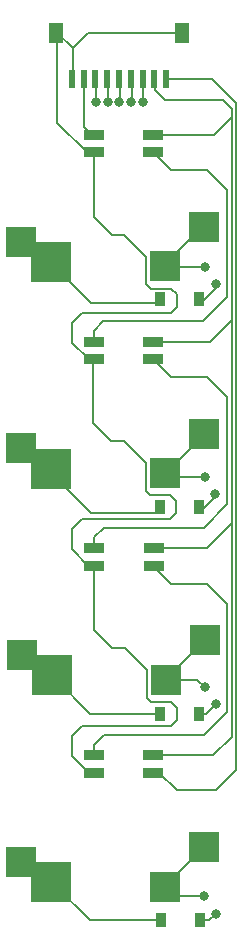
<source format=gbl>
%TF.GenerationSoftware,KiCad,Pcbnew,7.0.5-7.0.5~ubuntu22.04.1*%
%TF.CreationDate,2023-06-01T20:12:09-07:00*%
%TF.ProjectId,KeysOnRails,4b657973-4f6e-4526-9169-6c732e6b6963,rev?*%
%TF.SameCoordinates,Original*%
%TF.FileFunction,Copper,L2,Bot*%
%TF.FilePolarity,Positive*%
%FSLAX46Y46*%
G04 Gerber Fmt 4.6, Leading zero omitted, Abs format (unit mm)*
G04 Created by KiCad (PCBNEW 7.0.5-7.0.5~ubuntu22.04.1) date 2023-06-01 20:12:09*
%MOMM*%
%LPD*%
G01*
G04 APERTURE LIST*
%TA.AperFunction,SMDPad,CuDef*%
%ADD10R,0.600000X1.550000*%
%TD*%
%TA.AperFunction,SMDPad,CuDef*%
%ADD11R,1.200000X1.800000*%
%TD*%
%TA.AperFunction,SMDPad,CuDef*%
%ADD12R,1.803400X0.812800*%
%TD*%
%TA.AperFunction,SMDPad,CuDef*%
%ADD13R,2.600000X2.600000*%
%TD*%
%TA.AperFunction,SMDPad,CuDef*%
%ADD14R,3.500000X3.500000*%
%TD*%
%TA.AperFunction,SMDPad,CuDef*%
%ADD15R,0.900000X1.200000*%
%TD*%
%TA.AperFunction,ViaPad*%
%ADD16C,0.800000*%
%TD*%
%TA.AperFunction,Conductor*%
%ADD17C,0.200000*%
%TD*%
G04 APERTURE END LIST*
D10*
%TO.P,J1,1,1*%
%TO.N,GND*%
X44080000Y-36755000D03*
D11*
%TO.P,J1,S1,SHIELD*%
X42780000Y-32880000D03*
%TO.P,J1,S2,SHIELD*%
X53380000Y-32880000D03*
D10*
%TO.P,J1,2,2*%
%TO.N,RGB_In*%
X45080000Y-36755000D03*
%TO.P,J1,3,3*%
%TO.N,Col_In*%
X46080000Y-36755000D03*
%TO.P,J1,4,4*%
%TO.N,Row1*%
X47080000Y-36755000D03*
%TO.P,J1,5,5*%
%TO.N,Row2*%
X48080000Y-36755000D03*
%TO.P,J1,6,6*%
%TO.N,Row3*%
X49080000Y-36755000D03*
%TO.P,J1,7,7*%
%TO.N,Row4*%
X50080000Y-36755000D03*
%TO.P,J1,8,8*%
%TO.N,V+*%
X51080000Y-36755000D03*
%TO.P,J1,9,9*%
%TO.N,RGB_Out*%
X52080000Y-36755000D03*
%TD*%
D12*
%TO.P,SW2,+1,VDD*%
%TO.N,V+*%
X50931900Y-59001400D03*
D13*
%TO.P,SW2,CHOC1,P1*%
%TO.N,Net-(D2-A)*%
X39790000Y-68046500D03*
%TO.P,SW2,CHOC2,P0*%
%TO.N,Col_In*%
X51990000Y-70146500D03*
D12*
%TO.P,SW2,DI1,DIN*%
%TO.N,Net-(SW1B-DOUT)*%
X45928100Y-59001400D03*
%TO.P,SW2,DO1,DOUT*%
%TO.N,Net-(SW2B-DOUT)*%
X50931900Y-60500000D03*
%TO.P,SW2,GND,GND*%
%TO.N,GND*%
X45928100Y-60500000D03*
D14*
%TO.P,SW2,MX1,P1*%
%TO.N,Net-(D2-A)*%
X42340000Y-69761500D03*
D13*
%TO.P,SW2,MX2,P0*%
%TO.N,Col_In*%
X55290000Y-66786500D03*
%TD*%
D12*
%TO.P,SW1,+1,VDD*%
%TO.N,V+*%
X50931900Y-41492900D03*
D13*
%TO.P,SW1,CHOC1,P1*%
%TO.N,Net-(D1-A)*%
X39790000Y-50538000D03*
%TO.P,SW1,CHOC2,P0*%
%TO.N,Col_In*%
X51990000Y-52638000D03*
D12*
%TO.P,SW1,DI1,DIN*%
%TO.N,RGB_In*%
X45928100Y-41492900D03*
%TO.P,SW1,DO1,DOUT*%
%TO.N,Net-(SW1B-DOUT)*%
X50931900Y-42991500D03*
%TO.P,SW1,GND,GND*%
%TO.N,GND*%
X45928100Y-42991500D03*
D14*
%TO.P,SW1,MX1,P1*%
%TO.N,Net-(D1-A)*%
X42340000Y-52253000D03*
D13*
%TO.P,SW1,MX2,P0*%
%TO.N,Col_In*%
X55290000Y-49278000D03*
%TD*%
D12*
%TO.P,SW3,+1,VDD*%
%TO.N,V+*%
X51000000Y-76500000D03*
D13*
%TO.P,SW3,CHOC1,P1*%
%TO.N,Net-(D3-A)*%
X39858100Y-85545100D03*
%TO.P,SW3,CHOC2,P0*%
%TO.N,Col_In*%
X52058100Y-87645100D03*
D12*
%TO.P,SW3,DI1,DIN*%
%TO.N,Net-(SW2B-DOUT)*%
X45996200Y-76500000D03*
%TO.P,SW3,DO1,DOUT*%
%TO.N,Net-(SW3B-DOUT)*%
X51000000Y-77998600D03*
%TO.P,SW3,GND,GND*%
%TO.N,GND*%
X45996200Y-77998600D03*
D14*
%TO.P,SW3,MX1,P1*%
%TO.N,Net-(D3-A)*%
X42408100Y-87260100D03*
D13*
%TO.P,SW3,MX2,P0*%
%TO.N,Col_In*%
X55358100Y-84285100D03*
%TD*%
D12*
%TO.P,SW4,+1,VDD*%
%TO.N,V+*%
X50931900Y-94000000D03*
D13*
%TO.P,SW4,CHOC1,P1*%
%TO.N,Net-(D4-A)*%
X39790000Y-103045100D03*
%TO.P,SW4,CHOC2,P0*%
%TO.N,Col_In*%
X51990000Y-105145100D03*
D12*
%TO.P,SW4,DI1,DIN*%
%TO.N,Net-(SW3B-DOUT)*%
X45928100Y-94000000D03*
%TO.P,SW4,DO1,DOUT*%
%TO.N,RGB_Out*%
X50931900Y-95498600D03*
%TO.P,SW4,GND,GND*%
%TO.N,GND*%
X45928100Y-95498600D03*
D14*
%TO.P,SW4,MX1,P1*%
%TO.N,Net-(D4-A)*%
X42340000Y-104760100D03*
D13*
%TO.P,SW4,MX2,P0*%
%TO.N,Col_In*%
X55290000Y-101785100D03*
%TD*%
D15*
%TO.P,D2,1,K*%
%TO.N,Row2*%
X54870000Y-73000000D03*
%TO.P,D2,2,A*%
%TO.N,Net-(D2-A)*%
X51570000Y-73000000D03*
%TD*%
%TO.P,D4,1,K*%
%TO.N,Row4*%
X54900000Y-108000000D03*
%TO.P,D4,2,A*%
%TO.N,Net-(D4-A)*%
X51600000Y-108000000D03*
%TD*%
%TO.P,D1,1,K*%
%TO.N,Row1*%
X54870000Y-55410000D03*
%TO.P,D1,2,A*%
%TO.N,Net-(D1-A)*%
X51570000Y-55410000D03*
%TD*%
%TO.P,D3,1,K*%
%TO.N,Row3*%
X54870000Y-90500000D03*
%TO.P,D3,2,A*%
%TO.N,Net-(D3-A)*%
X51570000Y-90500000D03*
%TD*%
D16*
%TO.N,Col_In*%
X55325800Y-52667800D03*
X55325800Y-70467800D03*
X55283900Y-105972900D03*
X55325800Y-88267800D03*
%TO.N,Row1*%
X56250000Y-54160000D03*
%TO.N,Row4*%
X56250000Y-107460000D03*
%TO.N,Row3*%
X56250000Y-89660000D03*
%TO.N,Row2*%
X56210000Y-71890000D03*
%TO.N,Row4*%
X50110000Y-38690000D03*
%TO.N,Row3*%
X49109006Y-38690000D03*
%TO.N,Row2*%
X48109503Y-38690000D03*
%TO.N,Row1*%
X47110000Y-38690000D03*
%TO.N,Col_In*%
X46110000Y-38690000D03*
%TD*%
D17*
%TO.N,V+*%
X57600000Y-39289000D02*
X57600000Y-40000000D01*
X57600000Y-40000000D02*
X57600000Y-57200000D01*
X50931900Y-41492900D02*
X56107100Y-41492900D01*
X56107100Y-41492900D02*
X57600000Y-40000000D01*
%TO.N,Net-(SW1B-DOUT)*%
X50931900Y-42991500D02*
X52440400Y-44500000D01*
X55500000Y-44500000D02*
X57200000Y-46200000D01*
X52440400Y-44500000D02*
X55500000Y-44500000D01*
X57200000Y-46200000D02*
X57200000Y-55267800D01*
X55217800Y-57250000D02*
X46750000Y-57250000D01*
X57200000Y-55267800D02*
X55217800Y-57250000D01*
X46750000Y-57250000D02*
X45928100Y-58071900D01*
X45928100Y-58071900D02*
X45928100Y-59001400D01*
%TO.N,V+*%
X57600000Y-57200000D02*
X57600000Y-74400000D01*
X50931900Y-59001400D02*
X55798600Y-59001400D01*
X55798600Y-59001400D02*
X57600000Y-57200000D01*
X51140000Y-36755000D02*
X51140000Y-37730000D01*
X51140000Y-37730000D02*
X51982900Y-38572900D01*
X51982900Y-38572900D02*
X56883900Y-38572900D01*
X56883900Y-38572900D02*
X57600000Y-39289000D01*
%TO.N,Net-(SW3B-DOUT)*%
X50953800Y-78040100D02*
X52462300Y-79548600D01*
X52462300Y-79548600D02*
X55521900Y-79548600D01*
X45950000Y-93120500D02*
X45950000Y-94050000D01*
X55521900Y-79548600D02*
X57200000Y-81226700D01*
X57200000Y-81226700D02*
X57200000Y-90338300D01*
X55239700Y-92298600D02*
X46771900Y-92298600D01*
X57200000Y-90338300D02*
X55239700Y-92298600D01*
X46771900Y-92298600D02*
X45950000Y-93120500D01*
%TO.N,V+*%
X57600000Y-74400000D02*
X57600000Y-92456800D01*
X51000000Y-76500000D02*
X55500000Y-76500000D01*
X55500000Y-76500000D02*
X57600000Y-74400000D01*
%TO.N,Net-(SW2B-DOUT)*%
X50953800Y-60490100D02*
X52462300Y-61998600D01*
X57200000Y-72788300D02*
X55239700Y-74748600D01*
X52462300Y-61998600D02*
X55521900Y-61998600D01*
X55521900Y-61998600D02*
X57200000Y-63676700D01*
X57200000Y-63676700D02*
X57200000Y-72788300D01*
X55239700Y-74748600D02*
X46771900Y-74748600D01*
X46771900Y-74748600D02*
X45950000Y-75570500D01*
X45950000Y-75570500D02*
X45950000Y-76500000D01*
%TO.N,V+*%
X57600000Y-92456800D02*
X56056800Y-94000000D01*
X56056800Y-94000000D02*
X50931900Y-94000000D01*
%TO.N,RGB_Out*%
X52140000Y-36755000D02*
X55954000Y-36755000D01*
X55954000Y-36755000D02*
X58000000Y-38801000D01*
X51498600Y-95498600D02*
X50931900Y-95498600D01*
X58000000Y-38801000D02*
X58000000Y-95300000D01*
X58000000Y-95300000D02*
X56300000Y-97000000D01*
X56300000Y-97000000D02*
X53000000Y-97000000D01*
X53000000Y-97000000D02*
X51498600Y-95498600D01*
%TO.N,GND*%
X50781900Y-89518500D02*
X52481900Y-89518500D01*
X45950000Y-78000000D02*
X45950000Y-83436600D01*
X47471900Y-84958500D02*
X48561900Y-84958500D01*
X44121900Y-92408500D02*
X44121900Y-94089900D01*
X48561900Y-84958500D02*
X50411900Y-86808500D01*
X52971900Y-91058500D02*
X52471900Y-91558500D01*
X50411900Y-89148500D02*
X50781900Y-89518500D01*
X44971900Y-91558500D02*
X44121900Y-92408500D01*
X44121900Y-94089900D02*
X45540500Y-95508500D01*
X50411900Y-86808500D02*
X50411900Y-89148500D01*
X45540500Y-95508500D02*
X45950000Y-95508500D01*
X52971900Y-90008500D02*
X52971900Y-91058500D01*
X52481900Y-89518500D02*
X52971900Y-90008500D01*
X52471900Y-91558500D02*
X44971900Y-91558500D01*
X45950000Y-83436600D02*
X47471900Y-84958500D01*
X50731900Y-72018500D02*
X52431900Y-72018500D01*
X45900000Y-60500000D02*
X45900000Y-65936600D01*
X47421900Y-67458500D02*
X48511900Y-67458500D01*
X44071900Y-74908500D02*
X44071900Y-76589900D01*
X48511900Y-67458500D02*
X50361900Y-69308500D01*
X52921900Y-73558500D02*
X52421900Y-74058500D01*
X50361900Y-71648500D02*
X50731900Y-72018500D01*
X44921900Y-74058500D02*
X44071900Y-74908500D01*
X44071900Y-76589900D02*
X45490500Y-78008500D01*
X50361900Y-69308500D02*
X50361900Y-71648500D01*
X45490500Y-78008500D02*
X45900000Y-78008500D01*
X52921900Y-72508500D02*
X52921900Y-73558500D01*
X52431900Y-72018500D02*
X52921900Y-72508500D01*
X52421900Y-74058500D02*
X44921900Y-74058500D01*
X45900000Y-65936600D02*
X47421900Y-67458500D01*
X44100000Y-57400000D02*
X44100000Y-59081400D01*
X48540000Y-49950000D02*
X50390000Y-51800000D01*
X50390000Y-54140000D02*
X50760000Y-54510000D01*
X44950000Y-56550000D02*
X44100000Y-57400000D01*
X50760000Y-54510000D02*
X52460000Y-54510000D01*
X52950000Y-55000000D02*
X52950000Y-56050000D01*
X52450000Y-56550000D02*
X44950000Y-56550000D01*
X52460000Y-54510000D02*
X52950000Y-55000000D01*
X50390000Y-51800000D02*
X50390000Y-54140000D01*
X47450000Y-49950000D02*
X48540000Y-49950000D01*
X52950000Y-56050000D02*
X52450000Y-56550000D01*
X45928100Y-48428100D02*
X47450000Y-49950000D01*
X45928100Y-42991500D02*
X45928100Y-48428100D01*
X44100000Y-59081400D02*
X45518600Y-60500000D01*
X45518600Y-60500000D02*
X45928100Y-60500000D01*
%TO.N,Net-(D3-A)*%
X51570000Y-90500000D02*
X45648000Y-90500000D01*
X45648000Y-90500000D02*
X42408100Y-87260100D01*
%TO.N,Col_In*%
X52058100Y-87645100D02*
X54703100Y-87645100D01*
X54703100Y-87645100D02*
X55325800Y-88267800D01*
X52058100Y-87645100D02*
X52058100Y-87585100D01*
X52058100Y-87585100D02*
X55358100Y-84285100D01*
%TO.N,Row3*%
X54870000Y-90500000D02*
X55410000Y-90500000D01*
X55410000Y-90500000D02*
X56250000Y-89660000D01*
%TO.N,Row4*%
X55710000Y-108000000D02*
X56250000Y-107460000D01*
X54900000Y-108000000D02*
X55710000Y-108000000D01*
%TO.N,Net-(D4-A)*%
X42340000Y-104760100D02*
X45579900Y-108000000D01*
X45579900Y-108000000D02*
X51600000Y-108000000D01*
%TO.N,Col_In*%
X51990000Y-105145100D02*
X51990000Y-105085100D01*
X51990000Y-105085100D02*
X55290000Y-101785100D01*
X55278800Y-105978000D02*
X55283900Y-105972900D01*
X51842000Y-105978000D02*
X55278800Y-105978000D01*
X51883900Y-70472900D02*
X55320700Y-70472900D01*
X55320700Y-70472900D02*
X55325800Y-70467800D01*
X55320700Y-52672900D02*
X55325800Y-52667800D01*
X51883900Y-52672900D02*
X55320700Y-52672900D01*
X55320700Y-88272900D02*
X55325800Y-88267800D01*
%TO.N,Row1*%
X54910000Y-55790000D02*
X56250000Y-54450000D01*
X56250000Y-54450000D02*
X56250000Y-54160000D01*
%TO.N,Row2*%
X56210000Y-72180000D02*
X56210000Y-71890000D01*
X54870000Y-73520000D02*
X56210000Y-72180000D01*
%TO.N,Row4*%
X50140000Y-38660000D02*
X50110000Y-38690000D01*
X50140000Y-36755000D02*
X50140000Y-38660000D01*
%TO.N,Row3*%
X49140000Y-38659006D02*
X49109006Y-38690000D01*
X49140000Y-36755000D02*
X49140000Y-38659006D01*
%TO.N,Row2*%
X48140000Y-38659503D02*
X48109503Y-38690000D01*
X48140000Y-36755000D02*
X48140000Y-38659503D01*
%TO.N,Row1*%
X47140000Y-38660000D02*
X47110000Y-38690000D01*
X47140000Y-36755000D02*
X47140000Y-38660000D01*
%TO.N,Col_In*%
X46140000Y-38660000D02*
X46110000Y-38690000D01*
X46140000Y-36755000D02*
X46140000Y-38660000D01*
%TO.N,RGB_In*%
X45140000Y-36755000D02*
X45140000Y-40852800D01*
X45140000Y-40852800D02*
X45780100Y-41492900D01*
%TO.N,GND*%
X44140000Y-34180000D02*
X45440000Y-32880000D01*
X45440000Y-32880000D02*
X53440000Y-32880000D01*
X44140000Y-36755000D02*
X44140000Y-34180000D01*
X44140000Y-34180000D02*
X42840000Y-32880000D01*
X42840000Y-32880000D02*
X42840000Y-40460900D01*
X45370600Y-42991500D02*
X45780100Y-42991500D01*
X42840000Y-40460900D02*
X45370600Y-42991500D01*
%TO.N,Col_In*%
X55142000Y-102618000D02*
X55142000Y-102678000D01*
X55142000Y-84838000D02*
X55142000Y-84898000D01*
X55142000Y-67058000D02*
X55142000Y-67118000D01*
X55142000Y-67118000D02*
X51842000Y-70418000D01*
X55142000Y-49278000D02*
X55142000Y-49338000D01*
X55142000Y-49338000D02*
X51842000Y-52638000D01*
%TO.N,Net-(D1-A)*%
X42192000Y-52253000D02*
X45679000Y-55740000D01*
X45679000Y-55740000D02*
X51570000Y-55740000D01*
%TO.N,Net-(D2-A)*%
X42192000Y-70033000D02*
X45679000Y-73520000D01*
X45679000Y-73520000D02*
X51570000Y-73520000D01*
%TD*%
M02*

</source>
